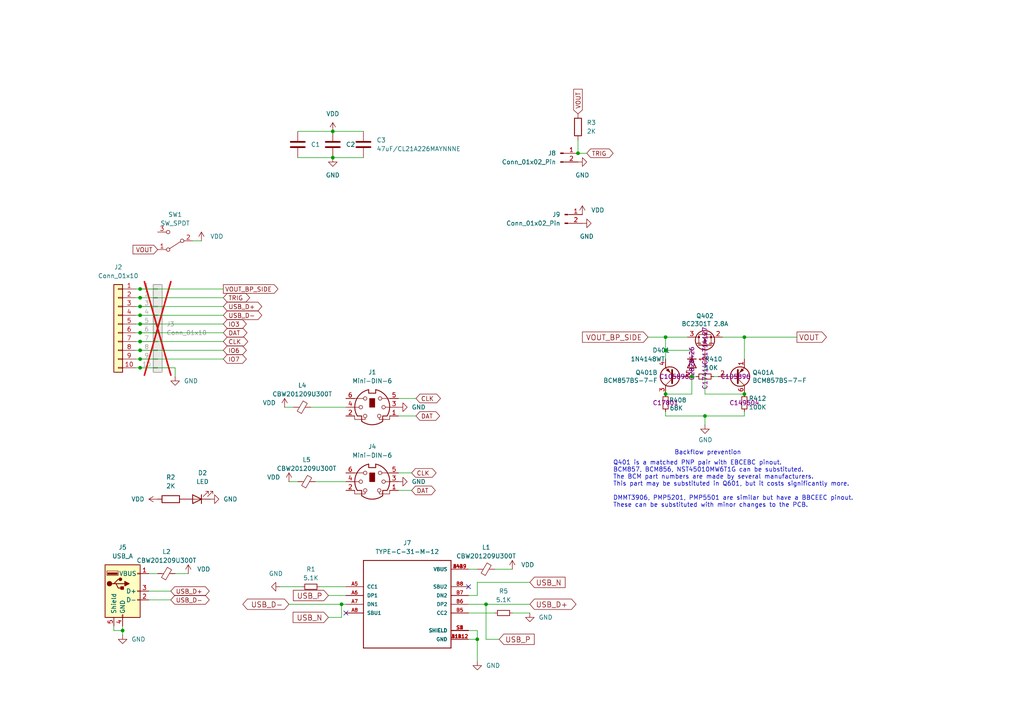
<source format=kicad_sch>
(kicad_sch (version 20250114) (generator "eeschema") (generator_version "9.0")
  (paper "A4")
  (lib_symbols
    (symbol "Connector:Conn_01x02_Pin" (pin_names (offset 1.016) (hide yes))
      (property "Reference" "J" (at 0 2.54 0))
      (property "Value" "Conn_01x02_Pin" (at 0 -5.08 0))
      (symbol "Conn_01x02_Pin_1_1"
        (rectangle (start 0.8636 0.127) (end 0 -0.127) (stroke (width 0.1524)) (fill (type outline)))
        (rectangle (start 0.8636 -2.413) (end 0 -2.667) (stroke (width 0.1524)) (fill (type outline)))
        (polyline (pts (xy 1.27 0) (xy 0.8636 0)) (stroke (width 0.1524)))
        (polyline (pts (xy 1.27 -2.54) (xy 0.8636 -2.54)) (stroke (width 0.1524)))
        (pin passive line (at 5.08 0 180) (length 3.81) (name "Pin_1") (number "1"))
        (pin passive line (at 5.08 -2.54 180) (length 3.81) (name "Pin_2") (number "2"))
      )
    )
    (symbol "Connector:Mini-DIN-6" (pin_names (offset 1.016))
      (property "Reference" "J" (at 0 6.35 0))
      (property "Value" "Mini-DIN-6" (at 0 -6.35 0))
      (symbol "Mini-DIN-6_0_1"
        (polyline (pts (xy -4.318 -2.54) (xy -3.048 -2.54) (xy -3.048 -4.064)) (stroke (width 0.254)))
        (polyline (pts (xy -3.81 0) (xy -5.08 0)))
        (circle (center -3.302 0) (radius 0.508))
        (polyline (pts (xy -2.54 2.54) (xy -5.08 2.54)))
        (circle (center -2.032 2.54) (radius 0.508))
        (circle (center -2.032 -2.54) (radius 0.508))
        (polyline (pts (xy -2.032 -3.048) (xy -2.032 -3.556) (xy -5.08 -3.556) (xy -5.08 -2.54)))
        (polyline (pts (xy -1.016 5.08) (xy -1.016 4.064) (xy 1.016 4.064) (xy 1.016 5.08)) (stroke (width 0.254)))
        (rectangle (start -0.762 2.54) (end 0.762 0) (fill (type outline)))
        (arc (start 3.048 -4.064) (mid 0 -5.08) (end -3.048 -4.064) (stroke (width 0.254)))
        (arc (start 1.016 5.08) (mid 4.6646 2.1356) (end 4.318 -2.54) (stroke (width 0.254)))
        (arc (start -4.318 -2.54) (mid -4.6241 2.1181) (end -1.016 5.08) (stroke (width 0.254)))
        (circle (center 2.032 -2.54) (radius 0.508))
        (polyline (pts (xy 2.032 -3.048) (xy 2.032 -3.556) (xy 5.08 -3.556) (xy 5.08 -2.54)))
        (circle (center 2.286 2.54) (radius 0.508))
        (polyline (pts (xy 2.794 2.54) (xy 5.08 2.54)))
        (circle (center 3.302 0) (radius 0.508))
        (polyline (pts (xy 4.318 -2.54) (xy 3.048 -2.54) (xy 3.048 -4.064)) (stroke (width 0.254)))
        (polyline (pts (xy 5.08 0) (xy 3.81 0)))
      )
      (symbol "Mini-DIN-6_1_1"
        (pin passive line (at -7.62 2.54 0) (length 2.54) (name "~") (number "6"))
        (pin passive line (at -7.62 0 0) (length 2.54) (name "~") (number "4"))
        (pin passive line (at -7.62 -2.54 0) (length 2.54) (name "~") (number "2"))
        (pin passive line (at 7.62 2.54 180) (length 2.54) (name "~") (number "5"))
        (pin passive line (at 7.62 0 180) (length 2.54) (name "~") (number "3"))
        (pin passive line (at 7.62 -2.54 180) (length 2.54) (name "~") (number "1"))
      )
    )
    (symbol "Connector:USB_A" (pin_names (offset 1.016))
      (property "Reference" "J" (at -5.08 11.43 0))
      (property "Value" "USB_A" (at -5.08 8.89 0))
      (symbol "USB_A_0_1"
        (rectangle (start -5.08 -7.62) (end 5.08 7.62) (stroke (width 0.254)) (fill (type background)))
        (circle (center -3.81 2.159) (radius 0.635) (stroke (width 0.254)) (fill (type outline)))
        (polyline (pts (xy -3.175 2.159) (xy -2.54 2.159) (xy -1.27 3.429) (xy -0.635 3.429)) (stroke (width 0.254)))
        (polyline (pts (xy -2.54 2.159) (xy -1.905 2.159) (xy -1.27 0.889) (xy 0 0.889)) (stroke (width 0.254)))
        (rectangle (start -1.524 4.826) (end -4.318 5.334) (fill (type outline)))
        (rectangle (start -1.27 4.572) (end -4.572 5.842))
        (circle (center -0.635 3.429) (radius 0.381) (stroke (width 0.254)) (fill (type outline)))
        (rectangle (start -0.127 -7.62) (end 0.127 -6.858))
        (rectangle (start 0.254 1.27) (end -0.508 0.508) (stroke (width 0.254)) (fill (type outline)))
        (polyline (pts (xy 0.635 2.794) (xy 0.635 1.524) (xy 1.905 2.159) (xy 0.635 2.794)) (stroke (width 0.254)) (fill (type outline)))
        (rectangle (start 5.08 4.953) (end 4.318 5.207))
        (rectangle (start 5.08 -0.127) (end 4.318 0.127))
        (rectangle (start 5.08 -2.667) (end 4.318 -2.413))
      )
      (symbol "USB_A_1_1"
        (polyline (pts (xy -1.905 2.159) (xy 0.635 2.159)) (stroke (width 0.254)))
        (pin passive line (at -2.54 -10.16 90) (length 2.54) (name "Shield") (number "5"))
        (pin power_in line (at 0 -10.16 90) (length 2.54) (name "GND") (number "4"))
        (pin power_in line (at 7.62 5.08 180) (length 2.54) (name "VBUS") (number "1"))
        (pin bidirectional line (at 7.62 0 180) (length 2.54) (name "D+") (number "3"))
        (pin bidirectional line (at 7.62 -2.54 180) (length 2.54) (name "D-") (number "2"))
      )
    )
    (symbol "Connector_Generic:Conn_01x10" (pin_names (offset 1.016) (hide yes))
      (property "Reference" "J" (at 0 12.7 0))
      (property "Value" "Conn_01x10" (at 0 -15.24 0))
      (symbol "Conn_01x10_1_1"
        (rectangle (start -1.27 11.43) (end 1.27 -13.97) (stroke (width 0.254)) (fill (type background)))
        (rectangle (start -1.27 10.287) (end 0 10.033) (stroke (width 0.1524)))
        (rectangle (start -1.27 7.747) (end 0 7.493) (stroke (width 0.1524)))
        (rectangle (start -1.27 5.207) (end 0 4.953) (stroke (width 0.1524)))
        (rectangle (start -1.27 2.667) (end 0 2.413) (stroke (width 0.1524)))
        (rectangle (start -1.27 0.127) (end 0 -0.127) (stroke (width 0.1524)))
        (rectangle (start -1.27 -2.413) (end 0 -2.667) (stroke (width 0.1524)))
        (rectangle (start -1.27 -4.953) (end 0 -5.207) (stroke (width 0.1524)))
        (rectangle (start -1.27 -7.493) (end 0 -7.747) (stroke (width 0.1524)))
        (rectangle (start -1.27 -10.033) (end 0 -10.287) (stroke (width 0.1524)))
        (rectangle (start -1.27 -12.573) (end 0 -12.827) (stroke (width 0.1524)))
        (pin passive line (at -5.08 10.16 0) (length 3.81) (name "Pin_1") (number "1"))
        (pin passive line (at -5.08 7.62 0) (length 3.81) (name "Pin_2") (number "2"))
        (pin passive line (at -5.08 5.08 0) (length 3.81) (name "Pin_3") (number "3"))
        (pin passive line (at -5.08 2.54 0) (length 3.81) (name "Pin_4") (number "4"))
        (pin passive line (at -5.08 0 0) (length 3.81) (name "Pin_5") (number "5"))
        (pin passive line (at -5.08 -2.54 0) (length 3.81) (name "Pin_6") (number "6"))
        (pin passive line (at -5.08 -5.08 0) (length 3.81) (name "Pin_7") (number "7"))
        (pin passive line (at -5.08 -7.62 0) (length 3.81) (name "Pin_8") (number "8"))
        (pin passive line (at -5.08 -10.16 0) (length 3.81) (name "Pin_9") (number "9"))
        (pin passive line (at -5.08 -12.7 0) (length 3.81) (name "Pin_10") (number "10"))
      )
    )
    (symbol "Device:C" (pin_numbers (hide yes)) (pin_names (offset 0.254))
      (property "Reference" "C" (at 0.635 2.54 0))
      (property "Value" "C" (at 0.635 -2.54 0))
      (symbol "C_0_1"
        (polyline (pts (xy -2.032 0.762) (xy 2.032 0.762)) (stroke (width 0.508)))
        (polyline (pts (xy -2.032 -0.762) (xy 2.032 -0.762)) (stroke (width 0.508)))
      )
      (symbol "C_1_1"
        (pin passive line (at 0 3.81 270) (length 2.794) (name "~") (number "1"))
        (pin passive line (at 0 -3.81 90) (length 2.794) (name "~") (number "2"))
      )
    )
    (symbol "Device:LED" (pin_numbers (hide yes)) (pin_names (offset 1.016) (hide yes))
      (property "Reference" "D" (at 0 2.54 0))
      (property "Value" "LED" (at 0 -2.54 0))
      (symbol "LED_0_1"
        (polyline (pts (xy -3.048 -0.762) (xy -4.572 -2.286) (xy -3.81 -2.286) (xy -4.572 -2.286) (xy -4.572 -1.524)))
        (polyline (pts (xy -1.778 -0.762) (xy -3.302 -2.286) (xy -2.54 -2.286) (xy -3.302 -2.286) (xy -3.302 -1.524)))
        (polyline (pts (xy -1.27 0) (xy 1.27 0)))
        (polyline (pts (xy -1.27 -1.27) (xy -1.27 1.27)) (stroke (width 0.254)))
        (polyline (pts (xy 1.27 -1.27) (xy 1.27 1.27) (xy -1.27 0) (xy 1.27 -1.27)) (stroke (width 0.254)))
      )
      (symbol "LED_1_1"
        (pin passive line (at -3.81 0 0) (length 2.54) (name "K") (number "1"))
        (pin passive line (at 3.81 0 180) (length 2.54) (name "A") (number "2"))
      )
    )
    (symbol "Device:R" (pin_numbers (hide yes)) (pin_names (offset 0))
      (property "Reference" "R" (at 2.032 0 90))
      (property "Value" "R" (at 0 0 90))
      (symbol "R_0_1"
        (rectangle (start -1.016 -2.54) (end 1.016 2.54) (stroke (width 0.254)))
      )
      (symbol "R_1_1"
        (pin passive line (at 0 3.81 270) (length 1.27) (name "~") (number "1"))
        (pin passive line (at 0 -3.81 90) (length 1.27) (name "~") (number "2"))
      )
    )
    (symbol "Device:R_Small" (pin_numbers (hide yes)) (pin_names (offset 0.254) (hide yes))
      (property "Reference" "R" (at 0.762 0.508 0))
      (property "Value" "R_Small" (at 0.762 -1.016 0))
      (symbol "R_Small_0_1"
        (rectangle (start -0.762 1.778) (end 0.762 -1.778) (stroke (width 0.2032)))
      )
      (symbol "R_Small_1_1"
        (pin passive line (at 0 2.54 270) (length 0.762) (name "~") (number "1"))
        (pin passive line (at 0 -2.54 90) (length 0.762) (name "~") (number "2"))
      )
    )
    (symbol "Diode:1N4148WS" (pin_numbers (hide yes)) (pin_names (hide yes))
      (property "Reference" "D" (at 0 2.54 0))
      (property "Value" "1N4148WS" (at 0 -2.54 0))
      (symbol "1N4148WS_0_1"
        (polyline (pts (xy -1.27 1.27) (xy -1.27 -1.27)) (stroke (width 0.254)))
        (polyline (pts (xy 1.27 1.27) (xy 1.27 -1.27) (xy -1.27 0) (xy 1.27 1.27)) (stroke (width 0.254)))
        (polyline (pts (xy 1.27 0) (xy -1.27 0)))
      )
      (symbol "1N4148WS_1_1"
        (pin passive line (at -3.81 0 0) (length 2.54) (name "K") (number "1"))
        (pin passive line (at 3.81 0 180) (length 2.54) (name "A") (number "2"))
      )
    )
    (symbol "Switch:SW_SPDT" (pin_names (offset 0) (hide yes))
      (property "Reference" "SW" (at 0 4.318 0))
      (property "Value" "SW_SPDT" (at 0 -5.08 0))
      (symbol "SW_SPDT_0_0"
        (circle (center -2.032 0) (radius 0.508))
        (circle (center 2.032 -2.54) (radius 0.508))
      )
      (symbol "SW_SPDT_0_1"
        (polyline (pts (xy -1.524 0.254) (xy 1.651 2.286)))
        (circle (center 2.032 2.54) (radius 0.508))
      )
      (symbol "SW_SPDT_1_1"
        (pin passive line (at -5.08 0 0) (length 2.54) (name "B") (number "2"))
        (pin passive line (at 5.08 2.54 180) (length 2.54) (name "A") (number "1"))
        (pin passive line (at 5.08 -2.54 180) (length 2.54) (name "C") (number "3"))
      )
    )
    (symbol "TYPE-C-31-M-12_2" (pin_names (offset 1.016))
      (property "Reference" "J" (at -12.7 13.462 0))
      (property "Value" "TYPE-C-31-M-12" (at -12.7 -13.462 0))
      (symbol "TYPE-C-31-M-12_2_0_0"
        (polyline (pts (xy -12.7 12.7) (xy 12.7 12.7)) (stroke (width 0.254)))
        (polyline (pts (xy -12.7 -12.7) (xy -12.7 12.7)) (stroke (width 0.254)))
        (polyline (pts (xy 12.7 12.7) (xy 12.7 -12.7)) (stroke (width 0.254)))
        (polyline (pts (xy 12.7 -12.7) (xy -12.7 -12.7)) (stroke (width 0.254)))
        (pin bidirectional line (at -17.78 5.08 0) (length 5.08) (name "CC1") (number "A5"))
        (pin bidirectional line (at -17.78 2.54 0) (length 5.08) (name "DP1") (number "A6"))
        (pin bidirectional line (at -17.78 0 0) (length 5.08) (name "DN1") (number "A7"))
        (pin bidirectional line (at -17.78 -2.54 0) (length 5.08) (name "SBU1") (number "A8"))
        (pin power_in line (at 17.78 10.16 180) (length 5.08) (name "VBUS") (number "A4B9"))
        (pin power_in line (at 17.78 10.16 180) (length 5.08) (name "VBUS") (number "B4A9"))
        (pin bidirectional line (at 17.78 5.08 180) (length 5.08) (name "SBU2") (number "B8"))
        (pin bidirectional line (at 17.78 2.54 180) (length 5.08) (name "DN2") (number "B7"))
        (pin bidirectional line (at 17.78 0 180) (length 5.08) (name "DP2") (number "B6"))
        (pin bidirectional line (at 17.78 -2.54 180) (length 5.08) (name "CC2") (number "B5"))
        (pin passive line (at 17.78 -7.62 180) (length 5.08) (name "SHIELD") (number "S1"))
        (pin passive line (at 17.78 -7.62 180) (length 5.08) (name "SHIELD") (number "S2"))
        (pin passive line (at 17.78 -7.62 180) (length 5.08) (name "SHIELD") (number "S3"))
        (pin passive line (at 17.78 -7.62 180) (length 5.08) (name "SHIELD") (number "S4"))
        (pin power_in line (at 17.78 -10.16 180) (length 5.08) (name "GND") (number "A1B12"))
        (pin power_in line (at 17.78 -10.16 180) (length 5.08) (name "GND") (number "B1A12"))
      )
    )
    (symbol "Transistor_FET:BSS84" (pin_names (hide yes))
      (property "Reference" "Q" (at 5.08 1.905 0))
      (property "Value" "BSS84" (at 5.08 0 0))
      (symbol "BSS84_0_1"
        (polyline (pts (xy 0.254 1.905) (xy 0.254 -1.905)) (stroke (width 0.254)))
        (polyline (pts (xy 0.254 0) (xy -2.54 0)))
        (polyline (pts (xy 0.762 2.286) (xy 0.762 1.27)) (stroke (width 0.254)))
        (polyline (pts (xy 0.762 1.778) (xy 3.302 1.778) (xy 3.302 -1.778) (xy 0.762 -1.778)))
        (polyline (pts (xy 0.762 0.508) (xy 0.762 -0.508)) (stroke (width 0.254)))
        (polyline (pts (xy 0.762 -1.27) (xy 0.762 -2.286)) (stroke (width 0.254)))
        (circle (center 1.651 0) (radius 2.794) (stroke (width 0.254)))
        (polyline (pts (xy 2.286 0) (xy 1.27 0.381) (xy 1.27 -0.381) (xy 2.286 0)) (fill (type outline)))
        (polyline (pts (xy 2.54 2.54) (xy 2.54 1.778)))
        (circle (center 2.54 1.778) (radius 0.254) (fill (type outline)))
        (circle (center 2.54 -1.778) (radius 0.254) (fill (type outline)))
        (polyline (pts (xy 2.54 -2.54) (xy 2.54 0) (xy 0.762 0)))
        (polyline (pts (xy 2.794 -0.508) (xy 2.921 -0.381) (xy 3.683 -0.381) (xy 3.81 -0.254)))
        (polyline (pts (xy 3.302 -0.381) (xy 2.921 0.254) (xy 3.683 0.254) (xy 3.302 -0.381)))
      )
      (symbol "BSS84_1_1"
        (pin input line (at -5.08 0 0) (length 2.54) (name "G") (number "1"))
        (pin passive line (at 2.54 5.08 270) (length 2.54) (name "D") (number "3"))
        (pin passive line (at 2.54 -5.08 90) (length 2.54) (name "S") (number "2"))
      )
    )
    (symbol "kicad5-device:Ferrite_Bead_Small" (pin_numbers (hide yes)) (pin_names (offset 0))
      (property "Reference" "FB" (at 1.905 1.27 0))
      (property "Value" "Ferrite_Bead_Small" (at 1.905 -1.27 0))
      (symbol "Ferrite_Bead_Small_0_1"
        (polyline (pts (xy -1.8288 0.2794) (xy -1.1176 1.4986) (xy 1.8288 -0.2032) (xy 1.1176 -1.4224) (xy -1.8288 0.2794)))
        (polyline (pts (xy 0 0.889) (xy 0 1.2954)))
        (polyline (pts (xy 0 -1.27) (xy 0 -0.7874)))
      )
      (symbol "Ferrite_Bead_Small_1_1"
        (pin passive line (at 0 2.54 270) (length 1.27) (name "~") (number "1"))
        (pin passive line (at 0 -2.54 90) (length 1.27) (name "~") (number "2"))
      )
    )
    (symbol "kicad5-device:Q_DUAL_PNP_PNP_E1B1C2E2B2C1" (pin_names (offset 0) (hide yes))
      (property "Reference" "Q" (at 5.08 1.27 0))
      (property "Value" "Q_DUAL_PNP_PNP_E1B1C2E2B2C1" (at 5.08 -1.27 0))
      (symbol "Q_DUAL_PNP_PNP_E1B1C2E2B2C1_0_1"
        (polyline (pts (xy 0.635 1.905) (xy 0.635 -1.905) (xy 0.635 -1.905)) (stroke (width 0.508)))
        (polyline (pts (xy 0.635 0.635) (xy 2.54 2.54)))
        (polyline (pts (xy 0.635 0) (xy -2.54 0)))
        (polyline (pts (xy 0.635 -0.635) (xy 2.54 -2.54) (xy 2.54 -2.54)))
        (circle (center 1.27 0) (radius 2.8194) (stroke (width 0.254)))
        (polyline (pts (xy 2.286 -1.778) (xy 1.778 -2.286) (xy 1.27 -1.27) (xy 2.286 -1.778) (xy 2.286 -1.778)) (fill (type outline)))
      )
      (symbol "Q_DUAL_PNP_PNP_E1B1C2E2B2C1_1_1"
        (pin input line (at -5.08 0 0) (length 2.54) (name "B1") (number "2"))
        (pin passive line (at 2.54 5.08 270) (length 2.54) (name "C1") (number "6"))
        (pin passive line (at 2.54 -5.08 90) (length 2.54) (name "E1") (number "1"))
      )
      (symbol "Q_DUAL_PNP_PNP_E1B1C2E2B2C1_2_1"
        (pin input line (at -5.08 0 0) (length 2.54) (name "B2") (number "5"))
        (pin passive line (at 2.54 5.08 270) (length 2.54) (name "C2") (number "3"))
        (pin passive line (at 2.54 -5.08 90) (length 2.54) (name "E2") (number "4"))
      )
    )
    (symbol "power:GND" (power) (pin_names (offset 0))
      (property "Value" "GND" (at 0 -3.81 0))
      (symbol "GND_0_1"
        (polyline (pts (xy 0 0) (xy 0 -1.27) (xy 1.27 -1.27) (xy 0 -2.54) (xy -1.27 -1.27) (xy 0 -1.27)))
      )
      (symbol "GND_1_1"
        (pin power_in line (at 0 0 270) (length 0) (hide yes) (name "GND") (number "1"))
      )
    )
    (symbol "power:VDD" (power) (pin_numbers (hide yes)) (pin_names (offset 0) (hide yes))
      (property "Value" "VDD" (at 0 3.556 0))
      (symbol "VDD_0_1"
        (polyline (pts (xy -0.762 1.27) (xy 0 2.54)))
        (polyline (pts (xy 0 2.54) (xy 0.762 1.27)))
        (polyline (pts (xy 0 0) (xy 0 2.54)))
      )
      (symbol "VDD_1_1"
        (pin power_in line (at 0 0 90) (length 0) (name "~") (number "1"))
      )
    )
  )
  (text "Q401 is a matched PNP pair with EBCEBC pinout.\nBCM857, BCM856, NST45010MW6T1G can be substituted. \nThe BCM part numbers are made by several manufacturers.\nThis part may be substituted in Q601, but it costs significantly more.\n\nDMMT3906, PMP5201, PMP5501 are similar but have a BBCEEC pinout.\nThese can be substituted with minor changes to the PCB." (at 177.8 147.32 0) (effects (font (size 1.27 1.27)) (justify left bottom)))
  (text "Backflow prevention" (at 195.58 132.08 0) (effects (font (size 1.27 1.27)) (justify left bottom)))
  (junction (at 215.9 97.79))
  (junction (at 204.47 120.65))
  (junction (at 167.64 44.45))
  (junction (at 96.52 45.72))
  (junction (at 193.04 97.79))
  (junction (at 140.97 175.26))
  (junction (at 193.04 101.6))
  (junction (at 99.06 175.26))
  (junction (at 40.64 96.52))
  (junction (at 40.64 101.6))
  (junction (at 40.64 91.44))
  (junction (at 40.64 88.9))
  (junction (at 40.64 86.36))
  (junction (at 200.66 109.22))
  (junction (at 40.64 106.68))
  (junction (at 96.52 38.1))
  (junction (at 138.43 185.42))
  (junction (at 40.64 83.82))
  (junction (at 193.04 114.3))
  (junction (at 35.56 182.88))
  (junction (at 40.64 104.14))
  (junction (at 40.64 99.06))
  (junction (at 215.9 114.3))
  (junction (at 40.64 93.98))
  (no_connect (at 100.33 177.8))
  (no_connect (at 135.89 170.18))
  (wire (pts (xy 201.93 109.22) (xy 200.66 109.22)))
  (wire (pts (xy 99.06 179.07) (xy 99.06 175.26)))
  (wire (pts (xy 209.55 97.79) (xy 215.9 97.79)))
  (wire (pts (xy 119.38 137.16) (xy 115.57 137.16)))
  (wire (pts (xy 40.64 91.44) (xy 64.77 91.44)))
  (wire (pts (xy 135.89 177.8) (xy 143.51 177.8)))
  (wire (pts (xy 167.64 40.64) (xy 167.64 44.45)))
  (wire (pts (xy 90.17 118.11) (xy 100.33 118.11)))
  (wire (pts (xy 40.64 93.98) (xy 39.37 93.98)))
  (wire (pts (xy 100.33 170.18) (xy 92.71 170.18)))
  (wire (pts (xy 193.04 101.6) (xy 193.04 97.79)))
  (wire (pts (xy 35.56 184.15) (xy 35.56 182.88)))
  (wire (pts (xy 33.02 182.88) (xy 35.56 182.88)))
  (wire (pts (xy 200.66 101.6) (xy 193.04 101.6)))
  (wire (pts (xy 33.02 181.61) (xy 33.02 182.88)))
  (wire (pts (xy 135.89 182.88) (xy 138.43 182.88)))
  (wire (pts (xy 91.44 139.7) (xy 100.33 139.7)))
  (wire (pts (xy 120.65 120.65) (xy 115.57 120.65)))
  (wire (pts (xy 40.64 83.82) (xy 39.37 83.82)))
  (wire (pts (xy 40.64 101.6) (xy 39.37 101.6)))
  (wire (pts (xy 45.72 166.37) (xy 43.18 166.37)))
  (wire (pts (xy 138.43 185.42) (xy 138.43 191.77)))
  (wire (pts (xy 87.63 170.18) (xy 81.28 170.18)))
  (wire (pts (xy 100.33 175.26) (xy 99.06 175.26)))
  (wire (pts (xy 40.64 96.52) (xy 39.37 96.52)))
  (wire (pts (xy 153.67 168.91) (xy 138.43 168.91)))
  (wire (pts (xy 140.97 185.42) (xy 144.78 185.42)))
  (wire (pts (xy 100.33 172.72) (xy 95.25 172.72)))
  (wire (pts (xy 49.53 173.99) (xy 43.18 173.99)))
  (wire (pts (xy 148.59 177.8) (xy 153.67 177.8)))
  (wire (pts (xy 95.25 179.07) (xy 99.06 179.07)))
  (wire (pts (xy 96.52 45.72) (xy 105.41 45.72)))
  (wire (pts (xy 40.64 88.9) (xy 39.37 88.9)))
  (wire (pts (xy 40.64 106.68) (xy 50.8 106.68)))
  (wire (pts (xy 40.64 86.36) (xy 39.37 86.36)))
  (wire (pts (xy 50.8 109.22) (xy 50.8 106.68)))
  (wire (pts (xy 83.82 139.7) (xy 86.36 139.7)))
  (wire (pts (xy 187.96 97.79) (xy 193.04 97.79)))
  (wire (pts (xy 119.38 142.24) (xy 115.57 142.24)))
  (wire (pts (xy 40.64 106.68) (xy 39.37 106.68)))
  (wire (pts (xy 199.39 97.79) (xy 193.04 97.79)))
  (wire (pts (xy 204.47 120.65) (xy 193.04 120.65)))
  (wire (pts (xy 40.64 101.6) (xy 64.77 101.6)))
  (wire (pts (xy 86.36 45.72) (xy 96.52 45.72)))
  (wire (pts (xy 215.9 114.3) (xy 204.47 114.3)))
  (wire (pts (xy 170.18 44.45) (xy 167.64 44.45)))
  (wire (pts (xy 200.66 109.22) (xy 200.66 114.3)))
  (wire (pts (xy 54.61 166.37) (xy 50.8 166.37)))
  (wire (pts (xy 55.88 69.85) (xy 58.42 69.85)))
  (wire (pts (xy 86.36 38.1) (xy 96.52 38.1)))
  (wire (pts (xy 207.01 109.22) (xy 208.28 109.22)))
  (wire (pts (xy 204.47 114.3) (xy 204.47 105.41)))
  (wire (pts (xy 193.04 104.14) (xy 193.04 101.6)))
  (wire (pts (xy 138.43 182.88) (xy 138.43 185.42)))
  (wire (pts (xy 40.64 99.06) (xy 39.37 99.06)))
  (wire (pts (xy 140.97 175.26) (xy 153.67 175.26)))
  (wire (pts (xy 215.9 97.79) (xy 215.9 104.14)))
  (wire (pts (xy 215.9 97.79) (xy 231.14 97.79)))
  (wire (pts (xy 40.64 96.52) (xy 64.77 96.52)))
  (wire (pts (xy 138.43 172.72) (xy 135.89 172.72)))
  (wire (pts (xy 35.56 182.88) (xy 35.56 181.61)))
  (wire (pts (xy 82.55 118.11) (xy 85.09 118.11)))
  (wire (pts (xy 215.9 119.38) (xy 215.9 120.65)))
  (wire (pts (xy 193.04 119.38) (xy 193.04 120.65)))
  (wire (pts (xy 96.52 38.1) (xy 105.41 38.1)))
  (wire (pts (xy 140.97 175.26) (xy 140.97 185.42)))
  (wire (pts (xy 40.64 104.14) (xy 64.77 104.14)))
  (wire (pts (xy 135.89 175.26) (xy 140.97 175.26)))
  (wire (pts (xy 138.43 168.91) (xy 138.43 172.72)))
  (wire (pts (xy 40.64 93.98) (xy 64.77 93.98)))
  (wire (pts (xy 215.9 120.65) (xy 204.47 120.65)))
  (wire (pts (xy 138.43 165.1) (xy 135.89 165.1)))
  (wire (pts (xy 40.64 104.14) (xy 39.37 104.14)))
  (wire (pts (xy 135.89 185.42) (xy 138.43 185.42)))
  (wire (pts (xy 40.64 91.44) (xy 39.37 91.44)))
  (wire (pts (xy 40.64 99.06) (xy 64.77 99.06)))
  (wire (pts (xy 40.64 83.82) (xy 64.77 83.82)))
  (wire (pts (xy 148.59 165.1) (xy 143.51 165.1)))
  (wire (pts (xy 40.64 86.36) (xy 64.77 86.36)))
  (wire (pts (xy 120.65 115.57) (xy 115.57 115.57)))
  (wire (pts (xy 204.47 123.19) (xy 204.47 120.65)))
  (wire (pts (xy 40.64 88.9) (xy 64.77 88.9)))
  (wire (pts (xy 83.82 175.26) (xy 99.06 175.26)))
  (wire (pts (xy 193.04 114.3) (xy 200.66 114.3)))
  (wire (pts (xy 49.53 171.45) (xy 43.18 171.45)))
  (global_label "CLK" (shape bidirectional) (at 64.77 99.06 0) (property "Intersheetrefs" "${INTERSHEET_REFS}" (effects (hide yes))))
  (global_label "VOUT_BP_SIDE" (shape input) (at 187.96 97.79 180) (effects (font (size 1.524 1.524))) (property "Intersheetrefs" "${INTERSHEET_REFS}" (effects (hide yes))))
  (global_label "DAT" (shape bidirectional) (at 120.65 120.65 0) (property "Intersheetrefs" "${INTERSHEET_REFS}" (effects (hide yes))))
  (global_label "VOUT_BP_SIDE" (shape output) (at 64.77 83.82 0) (property "Intersheetrefs" "${INTERSHEET_REFS}" (effects (hide yes))))
  (global_label "USB_P" (shape input) (at 144.78 185.42 0) (effects (font (size 1.524 1.524))) (property "Intersheetrefs" "${INTERSHEET_REFS}" (effects (hide yes))))
  (global_label "USB_D-" (shape bidirectional) (at 64.77 91.44 0) (property "Intersheetrefs" "${INTERSHEET_REFS}" (effects (hide yes))))
  (global_label "VOUT" (shape input) (at 167.64 33.02 90) (property "Intersheetrefs" "${INTERSHEET_REFS}" (effects (hide yes))))
  (global_label "USB_P" (shape input) (at 95.25 172.72 180) (effects (font (size 1.524 1.524))) (property "Intersheetrefs" "${INTERSHEET_REFS}" (effects (hide yes))))
  (global_label "USB_N" (shape input) (at 153.67 168.91 0) (effects (font (size 1.524 1.524))) (property "Intersheetrefs" "${INTERSHEET_REFS}" (effects (hide yes))))
  (global_label "CLK" (shape bidirectional) (at 119.38 137.16 0) (property "Intersheetrefs" "${INTERSHEET_REFS}" (effects (hide yes))))
  (global_label "DAT" (shape bidirectional) (at 119.38 142.24 0) (property "Intersheetrefs" "${INTERSHEET_REFS}" (effects (hide yes))))
  (global_label "DAT" (shape bidirectional) (at 64.77 96.52 0) (property "Intersheetrefs" "${INTERSHEET_REFS}" (effects (hide yes))))
  (global_label "USB_D+" (shape bidirectional) (at 153.67 175.26 0) (effects (font (size 1.524 1.524))) (property "Intersheetrefs" "${INTERSHEET_REFS}" (effects (hide yes))))
  (global_label "VOUT" (shape input) (at 45.72 72.39 180) (property "Intersheetrefs" "${INTERSHEET_REFS}" (effects (hide yes))))
  (global_label "USB_D-" (shape bidirectional) (at 83.82 175.26 180) (effects (font (size 1.524 1.524))) (property "Intersheetrefs" "${INTERSHEET_REFS}" (effects (hide yes))))
  (global_label "USB_N" (shape input) (at 95.25 179.07 180) (effects (font (size 1.524 1.524))) (property "Intersheetrefs" "${INTERSHEET_REFS}" (effects (hide yes))))
  (global_label "USB_D-" (shape bidirectional) (at 49.53 173.99 0) (property "Intersheetrefs" "${INTERSHEET_REFS}" (effects (hide yes))))
  (global_label "IO6" (shape bidirectional) (at 64.77 101.6 0) (property "Intersheetrefs" "${INTERSHEET_REFS}" (effects (hide yes))))
  (global_label "CLK" (shape bidirectional) (at 120.65 115.57 0) (property "Intersheetrefs" "${INTERSHEET_REFS}" (effects (hide yes))))
  (global_label "USB_D+" (shape bidirectional) (at 64.77 88.9 0) (property "Intersheetrefs" "${INTERSHEET_REFS}" (effects (hide yes))))
  (global_label "TRIG" (shape bidirectional) (at 170.18 44.45 0) (property "Intersheetrefs" "${INTERSHEET_REFS}" (effects (hide yes))))
  (global_label "TRIG" (shape bidirectional) (at 64.77 86.36 0) (property "Intersheetrefs" "${INTERSHEET_REFS}" (effects (hide yes))))
  (global_label "IO3" (shape bidirectional) (at 64.77 93.98 0) (property "Intersheetrefs" "${INTERSHEET_REFS}" (effects (hide yes))))
  (global_label "IO7" (shape bidirectional) (at 64.77 104.14 0) (property "Intersheetrefs" "${INTERSHEET_REFS}" (effects (hide yes))))
  (global_label "USB_D+" (shape bidirectional) (at 49.53 171.45 0) (property "Intersheetrefs" "${INTERSHEET_REFS}" (effects (hide yes))))
  (global_label "VOUT" (shape output) (at 231.14 97.79 0) (effects (font (size 1.524 1.524))) (property "Intersheetrefs" "${INTERSHEET_REFS}" (effects (hide yes))))
  (symbol (lib_name "TYPE-C-31-M-12_2") (lib_id "usb-c:TYPE-C-31-M-12") (at 118.11 175.26 0) (unit 1)
    (property "Reference" "J7" (at 118.11 157.48 0))
    (property "Value" "TYPE-C-31-M-12" (at 118.11 160.02 0))
    (property "Footprint" "TYPE-C-31-M-12:HRO_TYPE-C-31-M-12" (effects (hide yes)))
    (property "Datasheet" "HRO Electronics" (effects (hide yes)))
    (property "Field4" "3.31mm" (effects (hide yes)))
    (property "Field5" "A" (effects (hide yes)))
    (property "Field6" "Manufacturer Recommendations" (effects (hide yes)))
    (property "szlcsc_partnum" "C2858270" (effects (hide yes)))
  )
  (symbol (lib_id "Connector:Mini-DIN-6") (at 107.95 139.7 0) (unit 1)
    (property "Reference" "J4" (at 107.9677 129.54 0))
    (property "Value" "Mini-DIN-6" (at 107.9677 132.08 0))
    (property "Footprint" "connector-mini-din-6:Connector_Mini-DIN_Female_6Pin_2rows" (effects (hide yes)))
    (property "Datasheet" "http://service.powerdynamics.com/ec/Catalog17/Section%2011.pdf" (effects (hide yes)))
    (property "Description" "6-pin Mini-DIN connector" (effects (hide yes)))
    (property "szlcsc_partnum" "C77848" (effects (hide yes)))
  )
  (symbol (lib_id "Connector:Conn_01x02_Pin") (at 163.83 62.23 0) (unit 1)
    (property "Reference" "J9" (at 162.56 62.2299 0) (effects (justify right)))
    (property "Value" "Conn_01x02_Pin" (at 162.56 64.7699 0) (effects (justify right)))
    (property "Footprint" "Connector_PinHeader_2.54mm:PinHeader_1x02_P2.54mm_Vertical" (effects (hide yes)))
    (property "Description" "Generic connector, single row, 01x02, script generated" (effects (hide yes)))
    (property "szlcsc_partnum" "C2905434" (effects (hide yes)))
  )
  (symbol (lib_id "kicad5-device:Ferrite_Bead_Small") (at 140.97 165.1 270) (unit 1)
    (property "Reference" "L1" (at 141.0081 158.75 90))
    (property "Value" "CBW201209U300T" (at 141.0081 161.29 90))
    (property "Footprint" "Inductor_SMD:L_0805_2012Metric" (effects (hide yes)))
    (property "RMB" "0.175802	0.175802" (effects (hide yes)))
    (property "Supplier" "https://item.szlcsc.com/263551.html" (effects (hide yes)))
    (property "szlcsc_partnum" "C139190" (effects (hide yes)))
  )
  (symbol (lib_id "Device:LED") (at 57.15 144.78 180) (unit 1)
    (property "Reference" "D2" (at 58.7375 137.16 0))
    (property "Value" "LED" (at 58.7375 139.7 0))
    (property "Footprint" "LED_SMD:LED_0805_2012Metric" (effects (hide yes)))
  )
  (symbol (lib_id "power:VDD") (at 54.61 166.37 0) (unit 1)
    (property "Reference" "#PWR013" (effects (hide yes)))
    (property "Value" "VDD" (at 57.15 165.0999 0) (effects (justify left)))
    (property "Description" "Power symbol creates a global label with name \"VDD\"" (effects (hide yes)))
  )
  (symbol (lib_id "power:VDD") (at 82.55 118.11 0) (unit 1)
    (property "Reference" "#PWR016" (effects (hide yes)))
    (property "Value" "VDD" (at 80.01 116.8399 0) (effects (justify right)))
    (property "Description" "Power symbol creates a global label with name \"VDD\"" (effects (hide yes)))
  )
  (symbol (lib_id "kicad5-device:Ferrite_Bead_Small") (at 48.26 166.37 270) (unit 1)
    (property "Reference" "L2" (at 48.2981 160.02 90))
    (property "Value" "CBW201209U300T" (at 48.2981 162.56 90))
    (property "Footprint" "Inductor_SMD:L_0805_2012Metric" (effects (hide yes)))
    (property "RMB" "0.175802	0.175802" (effects (hide yes)))
    (property "Supplier" "https://item.szlcsc.com/263551.html" (effects (hide yes)))
    (property "szlcsc_partnum" "C139190" (effects (hide yes)))
  )
  (symbol (lib_id "kicad5-device:Ferrite_Bead_Small") (at 88.9 139.7 270) (unit 1)
    (property "Reference" "L5" (at 88.9381 133.35 90))
    (property "Value" "CBW201209U300T" (at 88.9381 135.89 90))
    (property "Footprint" "Inductor_SMD:L_0805_2012Metric" (effects (hide yes)))
    (property "RMB" "0.175802	0.175802" (effects (hide yes)))
    (property "Supplier" "https://item.szlcsc.com/263551.html" (effects (hide yes)))
    (property "szlcsc_partnum" "C139190" (effects (hide yes)))
  )
  (symbol (lib_id "Device:R_Small") (at 90.17 170.18 90) (mirror x) (unit 1)
    (property "Reference" "R1" (at 90.17 165.1 90))
    (property "Value" "5.1K" (at 90.17 167.64 90))
    (property "Footprint" "Resistor_SMD:R_0805_2012Metric" (effects (hide yes)))
    (property "RMB" "0.0065" (effects (hide yes)))
    (property "Supplier" "https://item.szlcsc.com/107087.html" (effects (hide yes)))
    (property "szlcsc_partnum" "C27834" (effects (hide yes)))
  )
  (symbol (lib_id "power:GND") (at 60.96 144.78 90) (unit 1)
    (property "Reference" "#PWR01" (effects (hide yes)))
    (property "Value" "GND" (at 64.77 144.7799 90) (effects (justify right)))
  )
  (symbol (lib_id "power:VDD") (at 168.91 62.23 0) (unit 1)
    (property "Reference" "#PWR020" (effects (hide yes)))
    (property "Value" "VDD" (at 171.45 60.9599 0) (effects (justify left)))
    (property "Description" "Power symbol creates a global label with name \"VDD\"" (effects (hide yes)))
  )
  (symbol (lib_id "Device:R") (at 167.64 36.83 180) (unit 1)
    (property "Reference" "R3" (at 170.18 35.5599 0) (effects (justify right)))
    (property "Value" "2K" (at 170.18 38.0999 0) (effects (justify right)))
    (property "Footprint" "Resistor_SMD:R_0805_2012Metric" (effects (hide yes)))
    (property "szlcsc_partnum" "C2907315" (effects (hide yes)))
  )
  (symbol (lib_id "Switch:SW_SPDT") (at 50.8 69.85 180) (unit 1)
    (property "Reference" "SW1" (at 50.8 62.23 0))
    (property "Value" "SW_SPDT" (at 50.8 64.77 0))
    (property "Footprint" "Button_Switch_SMD:SW_SPDT_PCM12" (effects (hide yes)))
    (property "szlcsc_partnum" "C431540" (effects (hide yes)))
  )
  (symbol (lib_id "Device:R_Small") (at 146.05 177.8 270) (unit 1)
    (property "Reference" "R5" (at 146.05 171.45 90))
    (property "Value" "5.1K" (at 146.05 173.99 90))
    (property "Footprint" "Resistor_SMD:R_0805_2012Metric" (effects (hide yes)))
    (property "RMB" "0.0065" (effects (hide yes)))
    (property "Supplier" "https://item.szlcsc.com/107087.html" (effects (hide yes)))
    (property "szlcsc_partnum" "C27834" (effects (hide yes)))
  )
  (symbol (lib_id "Diode:1N4148WS") (at 200.66 105.41 270) (unit 1)
    (property "Reference" "D401" (at 189.23 101.6 90) (effects (justify left)))
    (property "Value" "1N4148WT" (at 182.88 104.14 90) (effects (justify left)))
    (property "Footprint" "Diode_SMD:D_SOD-523" (effects (hide yes)))
    (property "Datasheet" "https://www.vishay.com/docs/85751/1n4148ws.pdf" (effects (hide yes)))
    (property "RMB" "0.182079" (effects (hide yes)))
    (property "Supplier" "https://item.szlcsc.com/120141.html" (effects (hide yes)))
    (property "szlcsc_partnumber" "C2828426" (effects (hide yes)))
    (property "szlcsc_url" "https://item.szlcsc.com/2976401.html?fromZone=s_s__%25221N4148WT%2522&spm=sc.gb.xh1.zy.n___sc.gb.hd.ss&lcsc_vid=RlENUlJWE1QKBlBWRAVaUFNTT1leBQZXRFNcVAVQQVAxVlNSRFRfXlBUQ1ZeVzsOAxUeFF5JWAgaAglIBBsCBBcFWQIBCks%3D" (effects (hide yes)))
    (property "szlcsc_partnum" "C2828426" (at 200.66 105.41 0))
  )
  (symbol (lib_id "Device:R_Small") (at 204.47 109.22 270) (unit 1)
    (property "Reference" "R410" (at 209.55 104.14 90) (effects (justify right)))
    (property "Value" "10K" (at 208.28 106.68 90) (effects (justify right)))
    (property "Footprint" "Resistor_SMD:R_0805_2012Metric" (effects (hide yes)))
    (property "RMB" "0.005541" (effects (hide yes)))
    (property "Supplier" "https://item.szlcsc.com/141563.html" (effects (hide yes)))
    (property "szlcsc_partnumber" "C25744" (effects (hide yes)))
    (property "szlcsc_url" "https://item.szlcsc.com/26487.html?fromZone=s_s__%252210K%25200402%2522&spm=sc.gb.xh1.zy.n___sc.gb.hd.ss&lcsc_vid=RlENUlJWE1QKBlBWRAVaUFNTT1leBQZXRFNcVAVQQVAxVlNSRFRcV1ZTQFNZVDsOAxUeFF5JWAgaAglIBBsCBBcFWQIBCks%3D" (effects (hide yes)))
    (property "szlcsc_partnum" "C17414" (at 204.47 109.22 0))
  )
  (symbol (lib_id "Connector_Generic:Conn_01x10") (at 34.29 93.98 0) (mirror y) (unit 1)
    (property "Reference" "J2" (at 34.29 77.47 0))
    (property "Value" "Conn_01x10" (at 34.29 80.01 0))
    (property "Footprint" "Connector_PinSocket_2.54mm:PinSocket_1x10_P2.54mm_Horizontal" (effects (hide yes)))
  )
  (symbol (lib_id "power:GND") (at 81.28 170.18 270) (unit 1)
    (property "Reference" "#PWR08" (effects (hide yes)))
    (property "Value" "GND" (at 80.01 166.37 90))
  )
  (symbol (lib_id "power:GND") (at 204.47 123.19 0) (unit 1)
    (property "Reference" "#PWR022" (effects (hide yes)))
    (property "Value" "GND" (at 204.597 127.5842 0))
  )
  (symbol (lib_id "Device:C") (at 96.52 41.91 0) (unit 1)
    (property "Reference" "C2" (at 100.33 41.9099 0) (effects (justify left)))
    (property "Value" "47uF/CL21A226MAYNNNE" (effects (hide yes)))
    (property "Footprint" "Capacitor_SMD:C_0805_2012Metric" (effects (hide yes)))
    (property "Description" "Unpolarized capacitor" (effects (hide yes)))
    (property "szlcsc_partnum" "C602037" (effects (hide yes)))
  )
  (symbol (lib_id "power:GND") (at 153.67 177.8 0) (unit 1)
    (property "Reference" "#PWR010" (effects (hide yes)))
    (property "Value" "GND" (at 156.21 179.0699 0) (effects (justify left)))
  )
  (symbol (lib_id "power:GND") (at 138.43 191.77 0) (unit 1)
    (property "Reference" "#PWR09" (effects (hide yes)))
    (property "Value" "GND" (at 140.97 193.0399 0) (effects (justify left)))
  )
  (symbol (lib_id "power:GND") (at 115.57 139.7 90) (unit 1)
    (property "Reference" "#PWR012" (effects (hide yes)))
    (property "Value" "GND" (at 119.38 139.6999 90) (effects (justify right)))
  )
  (symbol (lib_id "Device:R_Small") (at 193.04 116.84 0) (unit 1)
    (property "Reference" "R408" (at 199.136 116.078 0) (effects (justify right)))
    (property "Value" "68K" (at 198.12 118.364 0) (effects (justify right)))
    (property "Footprint" "Resistor_SMD:R_0805_2012Metric" (effects (hide yes)))
    (property "RMB" "0.005541" (effects (hide yes)))
    (property "Supplier" "https://item.szlcsc.com/141563.html" (effects (hide yes)))
    (property "szlcsc_partnumber" "C25779" (effects (hide yes)))
    (property "szlcsc_url" "https://item.szlcsc.com/26522.html?fromZone=s_s__%252233K%25200402%2522&spm=sc.gb.xh2.zy.n___sc.gb.hd.ss&lcsc_vid=RlENUlJWE1QKBlBWRAVaUFNTT1leBQZXRFNcVAVQQVAxVlNSRFRcV1ZTQFNZVDsOAxUeFF5JWAgaAglIBBsCBBcFWQIBCks%3D" (effects (hide yes)))
    (property "szlcsc_partnum" "C17801" (at 193.04 116.84 0))
  )
  (symbol (lib_id "Connector:Conn_01x02_Pin") (at 162.56 44.45 0) (unit 1)
    (property "Reference" "J8" (at 161.29 44.4499 0) (effects (justify right)))
    (property "Value" "Conn_01x02_Pin" (at 161.29 46.9899 0) (effects (justify right)))
    (property "Footprint" "Connector_PinHeader_2.54mm:PinHeader_1x02_P2.54mm_Vertical" (effects (hide yes)))
    (property "Description" "Generic connector, single row, 01x02, script generated" (effects (hide yes)))
    (property "szlcsc_partnum" "C2905434" (effects (hide yes)))
  )
  (symbol (lib_id "power:VDD") (at 45.72 144.78 90) (unit 1)
    (property "Reference" "#PWR07" (effects (hide yes)))
    (property "Value" "VDD" (at 41.91 144.7799 90) (effects (justify left)))
    (property "Description" "Power symbol creates a global label with name \"VDD\"" (effects (hide yes)))
  )
  (symbol (lib_id "power:GND") (at 168.91 64.77 90) (unit 1)
    (property "Reference" "#PWR021" (effects (hide yes)))
    (property "Value" "GND" (at 170.18 68.58 90))
  )
  (symbol (lib_id "power:GND") (at 167.64 46.99 90) (unit 1)
    (property "Reference" "#PWR018" (effects (hide yes)))
    (property "Value" "GND" (at 168.91 50.8 90))
  )
  (symbol (lib_id "kicad5-device:Q_DUAL_PNP_PNP_E1B1C2E2B2C1") (at 195.58 109.22 180) (unit 2)
    (property "Reference" "Q401" (at 190.7286 108.0516 0) (effects (justify left)))
    (property "Value" "BCM857BS-7-F" (at 190.7286 110.363 0) (effects (justify left)))
    (property "Footprint" "Package_TO_SOT_SMD:SOT-363_SC-70-6" (effects (hide yes)))
    (property "szlcsc_partnumber" "C105896" (effects (hide yes)))
    (property "szlcsc_url" "https://item.szlcsc.com/107111.html" (effects (hide yes)))
    (property "szlcsc_partnum" "C105896" (at 195.58 109.22 0))
  )
  (symbol (lib_id "power:VDD") (at 83.82 139.7 0) (unit 1)
    (property "Reference" "#PWR015" (effects (hide yes)))
    (property "Value" "VDD" (at 81.28 138.4299 0) (effects (justify right)))
    (property "Description" "Power symbol creates a global label with name \"VDD\"" (effects (hide yes)))
  )
  (symbol (lib_id "power:VDD") (at 96.52 38.1 0) (unit 1)
    (property "Reference" "#PWR017" (effects (hide yes)))
    (property "Value" "VDD" (at 96.52 33.02 0))
    (property "Description" "Power symbol creates a global label with name \"VDD\"" (effects (hide yes)))
  )
  (symbol (lib_id "power:GND") (at 50.8 109.22 0) (unit 1)
    (property "Reference" "#PWR06" (effects (hide yes)))
    (property "Value" "GND" (at 53.34 110.4899 0) (effects (justify left)))
  )
  (symbol (lib_id "kicad5-device:Q_DUAL_PNP_PNP_E1B1C2E2B2C1") (at 213.36 109.22 0) (mirror x) (unit 1)
    (property "Reference" "Q401" (at 218.2114 108.0516 0) (effects (justify left)))
    (property "Value" "BCM857BS-7-F" (at 218.2114 110.363 0) (effects (justify left)))
    (property "Footprint" "Package_TO_SOT_SMD:SOT-363_SC-70-6" (effects (hide yes)))
    (property "szlcsc_partnumber" "C105896" (effects (hide yes)))
    (property "szlcsc_url" "https://item.szlcsc.com/107111.html" (effects (hide yes)))
    (property "szlcsc_partnum" "C105896" (at 213.36 109.22 0))
  )
  (symbol (lib_id "Device:C") (at 86.36 41.91 0) (unit 1)
    (property "Reference" "C1" (at 90.17 41.9099 0) (effects (justify left)))
    (property "Value" "47uF/CL21A226MAYNNNE" (effects (hide yes)))
    (property "Footprint" "Capacitor_SMD:C_0805_2012Metric" (effects (hide yes)))
    (property "Description" "Unpolarized capacitor" (effects (hide yes)))
    (property "szlcsc_partnum" "C602037" (effects (hide yes)))
  )
  (symbol (lib_id "Connector:USB_A") (at 35.56 171.45 0) (unit 1)
    (property "Reference" "J5" (at 35.56 158.75 0))
    (property "Value" "USB_A" (at 35.56 161.29 0))
    (property "Footprint" "Connector_USB:USB_A_CONNFLY_DS1095-WNR0" (effects (hide yes)))
    (property "Description" "USB Type A connector" (effects (hide yes)))
    (property "szlcsc_partnum" "C456018" (effects (hide yes)))
  )
  (symbol (lib_id "power:GND") (at 96.52 45.72 0) (unit 1)
    (property "Reference" "#PWR04" (effects (hide yes)))
    (property "Value" "GND" (at 96.52 50.8 0))
  )
  (symbol (lib_id "Device:R") (at 49.53 144.78 90) (unit 1)
    (property "Reference" "R2" (at 49.53 138.43 90))
    (property "Value" "2K" (at 49.53 140.97 90))
    (property "Footprint" "Resistor_SMD:R_0805_2012Metric" (effects (hide yes)))
    (property "szlcsc_partnum" "C2907315" (effects (hide yes)))
  )
  (symbol (lib_id "Transistor_FET:BSS84") (at 204.47 100.33 90) (unit 1)
    (property "Reference" "Q402" (at 204.47 91.6178 90))
    (property "Value" "BC2301T 2.8A" (at 204.47 93.9292 90))
    (property "Footprint" "Package_TO_SOT_SMD:SOT-523" (effects (hide yes)))
    (property "Datasheet" "http://www.aosmd.com/pdfs/datasheet/AO3401A.pdf" (effects (hide yes)))
    (property "RMB" "0.232494" (effects (hide yes)))
    (property "Supplier" "https://item.szlcsc.com/76686.html" (effects (hide yes)))
    (property "szlcsc_partnumber" "C21714127" (effects (hide yes)))
    (property "szlcsc_url" "https://item.szlcsc.com/23141038.html?fromZone=s_s__%2522BC2301T%25202.8A%2522&spm=sc.gb.xh1.zy.n___sc.gb.hd.ss&lcsc_vid=RlENUlJWE1QKBlBWRAVaUFNTT1leBQZXRFNcVAVQQVAxVlNSRFRfXlxWQ1hXUDsOAxUeFF5JWAgaAglIBBsCBBcFWQIBCks%3D" (effects (hide yes)))
    (property "szlcsc_partnum" "C21714127" (at 204.47 100.33 0))
  )
  (symbol (lib_id "Device:C") (at 105.41 41.91 0) (unit 1)
    (property "Reference" "C3" (at 109.22 40.6399 0) (effects (justify left)))
    (property "Value" "47uF/CL21A226MAYNNNE" (at 109.22 43.1799 0) (effects (justify left)))
    (property "Footprint" "Capacitor_SMD:C_0805_2012Metric" (effects (hide yes)))
    (property "Description" "Unpolarized capacitor" (effects (hide yes)))
    (property "szlcsc_partnum" "C602037" (effects (hide yes)))
  )
  (symbol (lib_id "power:VDD") (at 148.59 165.1 0) (unit 1)
    (property "Reference" "#PWR014" (effects (hide yes)))
    (property "Value" "VDD" (at 151.13 163.8299 0) (effects (justify left)))
    (property "Description" "Power symbol creates a global label with name \"VDD\"" (effects (hide yes)))
  )
  (symbol (lib_id "kicad5-device:Ferrite_Bead_Small") (at 87.63 118.11 270) (unit 1)
    (property "Reference" "L4" (at 87.6681 111.76 90))
    (property "Value" "CBW201209U300T" (at 87.6681 114.3 90))
    (property "Footprint" "Inductor_SMD:L_0805_2012Metric" (effects (hide yes)))
    (property "RMB" "0.175802	0.175802" (effects (hide yes)))
    (property "Supplier" "https://item.szlcsc.com/263551.html" (effects (hide yes)))
    (property "szlcsc_partnum" "C139190" (effects (hide yes)))
  )
  (symbol (lib_id "Connector_Generic:Conn_01x10") (at 45.72 93.98 0) (unit 1) (in_bom no) (dnp yes)
    (property "Reference" "J3" (at 48.26 93.9799 0) (effects (justify left)))
    (property "Value" "Conn_01x10" (at 48.26 96.5199 0) (effects (justify left)))
    (property "Footprint" "Connector_PinHeader_2.54mm:PinHeader_1x10_P2.54mm_Vertical" (effects (hide yes)))
  )
  (symbol (lib_id "power:GND") (at 115.57 118.11 90) (unit 1)
    (property "Reference" "#PWR011" (effects (hide yes)))
    (property "Value" "GND" (at 119.38 118.1099 90) (effects (justify right)))
  )
  (symbol (lib_id "power:VDD") (at 58.42 69.85 0) (unit 1)
    (property "Reference" "#PWR019" (effects (hide yes)))
    (property "Value" "VDD" (at 60.96 68.5799 0) (effects (justify left)))
    (property "Description" "Power symbol creates a global label with name \"VDD\"" (effects (hide yes)))
  )
  (symbol (lib_id "Connector:Mini-DIN-6") (at 107.95 118.11 0) (unit 1)
    (property "Reference" "J1" (at 107.9677 107.95 0))
    (property "Value" "Mini-DIN-6" (at 107.9677 110.49 0))
    (property "Footprint" "connector-mini-din-6:Connector_Mini-DIN_Female_6Pin_2rows" (effects (hide yes)))
    (property "Datasheet" "http://service.powerdynamics.com/ec/Catalog17/Section%2011.pdf" (effects (hide yes)))
    (property "Description" "6-pin Mini-DIN connector" (effects (hide yes)))
    (property "szlcsc_partnum" "C77848" (effects (hide yes)))
  )
  (symbol (lib_id "power:GND") (at 35.56 184.15 0) (unit 1)
    (property "Reference" "#PWR03" (effects (hide yes)))
    (property "Value" "GND" (at 38.1 185.4199 0) (effects (justify left)))
  )
  (symbol (lib_id "Device:R_Small") (at 215.9 116.84 0) (unit 1)
    (property "Reference" "R412" (at 217.17 115.57 0) (effects (justify left)))
    (property "Value" "100K" (at 217.17 118.11 0) (effects (justify left)))
    (property "Footprint" "Resistor_SMD:R_0805_2012Metric" (effects (hide yes)))
    (property "RMB" "0.005749" (effects (hide yes)))
    (property "Supplier" "https://item.szlcsc.com/61543.html" (effects (hide yes)))
    (property "szlcsc_partnumber" "C25741" (effects (hide yes)))
    (property "szlcsc_url" "https://item.szlcsc.com/26484.html?fromZone=s_s__%2522100K%25200402%2522&spm=sc.gb.xh1.zy.n&lcsc_vid=RlENUlJWE1QKBlBWRAVaUFNTT1leBQZXRFNcVAVQQVAxVlNSRFRcV1ZTQFNZVDsOAxUeFF5JWAgaAglIBBsCBBcFWQIBCks%3D" (effects (hide yes)))
    (property "szlcsc_partnum" "C149504" (at 215.9 116.84 0))
  )
)
</source>
